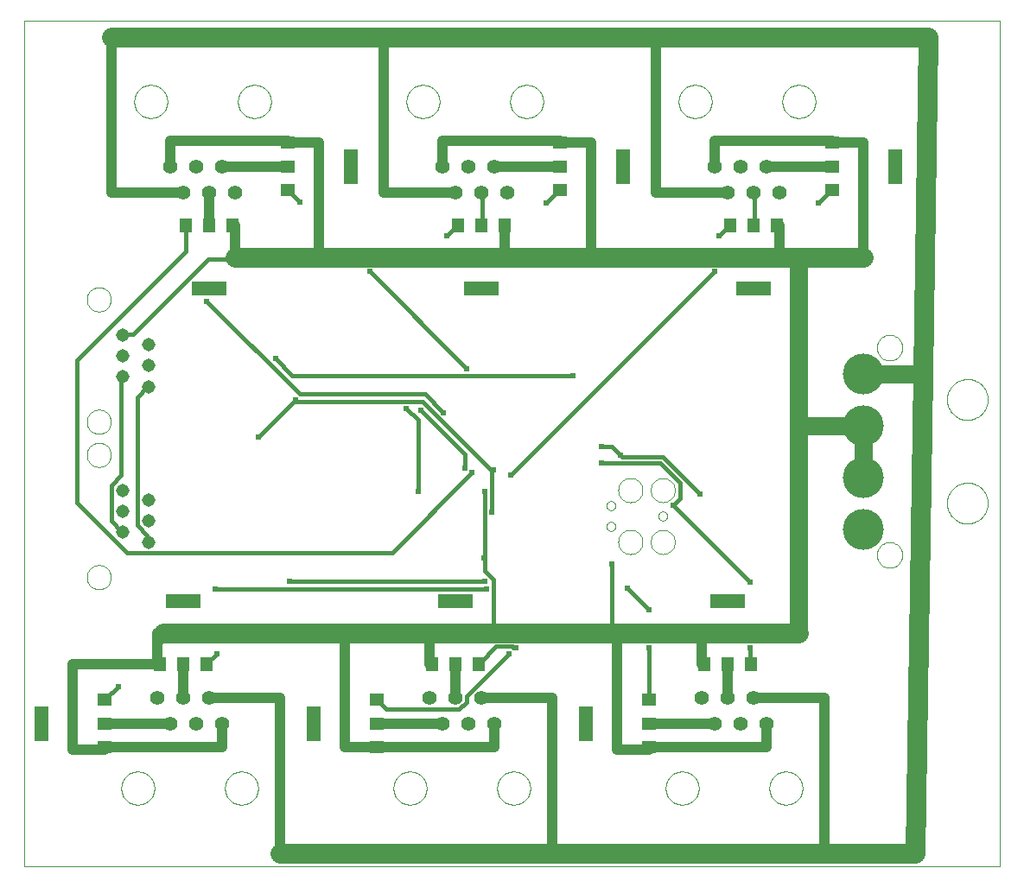
<source format=gbl>
G75*
%MOIN*%
%OFA0B0*%
%FSLAX24Y24*%
%IPPOS*%
%LPD*%
%AMOC8*
5,1,8,0,0,1.08239X$1,22.5*
%
%ADD10C,0.0000*%
%ADD11C,0.0515*%
%ADD12C,0.0554*%
%ADD13R,0.0551X0.0472*%
%ADD14R,0.0551X0.1378*%
%ADD15R,0.0472X0.0551*%
%ADD16R,0.1378X0.0551*%
%ADD17C,0.1575*%
%ADD18C,0.0160*%
%ADD19C,0.0240*%
%ADD20C,0.0180*%
%ADD21C,0.0400*%
%ADD22C,0.0760*%
%ADD23C,0.0700*%
D10*
X000100Y000204D02*
X000100Y032825D01*
X037720Y032825D01*
X037720Y000204D01*
X000100Y000204D01*
X003835Y003204D02*
X003837Y003254D01*
X003843Y003304D01*
X003853Y003353D01*
X003866Y003402D01*
X003884Y003449D01*
X003905Y003495D01*
X003929Y003538D01*
X003957Y003580D01*
X003988Y003620D01*
X004022Y003657D01*
X004059Y003691D01*
X004099Y003722D01*
X004141Y003750D01*
X004184Y003774D01*
X004230Y003795D01*
X004277Y003813D01*
X004326Y003826D01*
X004375Y003836D01*
X004425Y003842D01*
X004475Y003844D01*
X004525Y003842D01*
X004575Y003836D01*
X004624Y003826D01*
X004673Y003813D01*
X004720Y003795D01*
X004766Y003774D01*
X004809Y003750D01*
X004851Y003722D01*
X004891Y003691D01*
X004928Y003657D01*
X004962Y003620D01*
X004993Y003580D01*
X005021Y003538D01*
X005045Y003495D01*
X005066Y003449D01*
X005084Y003402D01*
X005097Y003353D01*
X005107Y003304D01*
X005113Y003254D01*
X005115Y003204D01*
X005113Y003154D01*
X005107Y003104D01*
X005097Y003055D01*
X005084Y003006D01*
X005066Y002959D01*
X005045Y002913D01*
X005021Y002870D01*
X004993Y002828D01*
X004962Y002788D01*
X004928Y002751D01*
X004891Y002717D01*
X004851Y002686D01*
X004809Y002658D01*
X004766Y002634D01*
X004720Y002613D01*
X004673Y002595D01*
X004624Y002582D01*
X004575Y002572D01*
X004525Y002566D01*
X004475Y002564D01*
X004425Y002566D01*
X004375Y002572D01*
X004326Y002582D01*
X004277Y002595D01*
X004230Y002613D01*
X004184Y002634D01*
X004141Y002658D01*
X004099Y002686D01*
X004059Y002717D01*
X004022Y002751D01*
X003988Y002788D01*
X003957Y002828D01*
X003929Y002870D01*
X003905Y002913D01*
X003884Y002959D01*
X003866Y003006D01*
X003853Y003055D01*
X003843Y003104D01*
X003837Y003154D01*
X003835Y003204D01*
X007835Y003204D02*
X007837Y003254D01*
X007843Y003304D01*
X007853Y003353D01*
X007866Y003402D01*
X007884Y003449D01*
X007905Y003495D01*
X007929Y003538D01*
X007957Y003580D01*
X007988Y003620D01*
X008022Y003657D01*
X008059Y003691D01*
X008099Y003722D01*
X008141Y003750D01*
X008184Y003774D01*
X008230Y003795D01*
X008277Y003813D01*
X008326Y003826D01*
X008375Y003836D01*
X008425Y003842D01*
X008475Y003844D01*
X008525Y003842D01*
X008575Y003836D01*
X008624Y003826D01*
X008673Y003813D01*
X008720Y003795D01*
X008766Y003774D01*
X008809Y003750D01*
X008851Y003722D01*
X008891Y003691D01*
X008928Y003657D01*
X008962Y003620D01*
X008993Y003580D01*
X009021Y003538D01*
X009045Y003495D01*
X009066Y003449D01*
X009084Y003402D01*
X009097Y003353D01*
X009107Y003304D01*
X009113Y003254D01*
X009115Y003204D01*
X009113Y003154D01*
X009107Y003104D01*
X009097Y003055D01*
X009084Y003006D01*
X009066Y002959D01*
X009045Y002913D01*
X009021Y002870D01*
X008993Y002828D01*
X008962Y002788D01*
X008928Y002751D01*
X008891Y002717D01*
X008851Y002686D01*
X008809Y002658D01*
X008766Y002634D01*
X008720Y002613D01*
X008673Y002595D01*
X008624Y002582D01*
X008575Y002572D01*
X008525Y002566D01*
X008475Y002564D01*
X008425Y002566D01*
X008375Y002572D01*
X008326Y002582D01*
X008277Y002595D01*
X008230Y002613D01*
X008184Y002634D01*
X008141Y002658D01*
X008099Y002686D01*
X008059Y002717D01*
X008022Y002751D01*
X007988Y002788D01*
X007957Y002828D01*
X007929Y002870D01*
X007905Y002913D01*
X007884Y002959D01*
X007866Y003006D01*
X007853Y003055D01*
X007843Y003104D01*
X007837Y003154D01*
X007835Y003204D01*
X014335Y003204D02*
X014337Y003254D01*
X014343Y003304D01*
X014353Y003353D01*
X014366Y003402D01*
X014384Y003449D01*
X014405Y003495D01*
X014429Y003538D01*
X014457Y003580D01*
X014488Y003620D01*
X014522Y003657D01*
X014559Y003691D01*
X014599Y003722D01*
X014641Y003750D01*
X014684Y003774D01*
X014730Y003795D01*
X014777Y003813D01*
X014826Y003826D01*
X014875Y003836D01*
X014925Y003842D01*
X014975Y003844D01*
X015025Y003842D01*
X015075Y003836D01*
X015124Y003826D01*
X015173Y003813D01*
X015220Y003795D01*
X015266Y003774D01*
X015309Y003750D01*
X015351Y003722D01*
X015391Y003691D01*
X015428Y003657D01*
X015462Y003620D01*
X015493Y003580D01*
X015521Y003538D01*
X015545Y003495D01*
X015566Y003449D01*
X015584Y003402D01*
X015597Y003353D01*
X015607Y003304D01*
X015613Y003254D01*
X015615Y003204D01*
X015613Y003154D01*
X015607Y003104D01*
X015597Y003055D01*
X015584Y003006D01*
X015566Y002959D01*
X015545Y002913D01*
X015521Y002870D01*
X015493Y002828D01*
X015462Y002788D01*
X015428Y002751D01*
X015391Y002717D01*
X015351Y002686D01*
X015309Y002658D01*
X015266Y002634D01*
X015220Y002613D01*
X015173Y002595D01*
X015124Y002582D01*
X015075Y002572D01*
X015025Y002566D01*
X014975Y002564D01*
X014925Y002566D01*
X014875Y002572D01*
X014826Y002582D01*
X014777Y002595D01*
X014730Y002613D01*
X014684Y002634D01*
X014641Y002658D01*
X014599Y002686D01*
X014559Y002717D01*
X014522Y002751D01*
X014488Y002788D01*
X014457Y002828D01*
X014429Y002870D01*
X014405Y002913D01*
X014384Y002959D01*
X014366Y003006D01*
X014353Y003055D01*
X014343Y003104D01*
X014337Y003154D01*
X014335Y003204D01*
X018335Y003204D02*
X018337Y003254D01*
X018343Y003304D01*
X018353Y003353D01*
X018366Y003402D01*
X018384Y003449D01*
X018405Y003495D01*
X018429Y003538D01*
X018457Y003580D01*
X018488Y003620D01*
X018522Y003657D01*
X018559Y003691D01*
X018599Y003722D01*
X018641Y003750D01*
X018684Y003774D01*
X018730Y003795D01*
X018777Y003813D01*
X018826Y003826D01*
X018875Y003836D01*
X018925Y003842D01*
X018975Y003844D01*
X019025Y003842D01*
X019075Y003836D01*
X019124Y003826D01*
X019173Y003813D01*
X019220Y003795D01*
X019266Y003774D01*
X019309Y003750D01*
X019351Y003722D01*
X019391Y003691D01*
X019428Y003657D01*
X019462Y003620D01*
X019493Y003580D01*
X019521Y003538D01*
X019545Y003495D01*
X019566Y003449D01*
X019584Y003402D01*
X019597Y003353D01*
X019607Y003304D01*
X019613Y003254D01*
X019615Y003204D01*
X019613Y003154D01*
X019607Y003104D01*
X019597Y003055D01*
X019584Y003006D01*
X019566Y002959D01*
X019545Y002913D01*
X019521Y002870D01*
X019493Y002828D01*
X019462Y002788D01*
X019428Y002751D01*
X019391Y002717D01*
X019351Y002686D01*
X019309Y002658D01*
X019266Y002634D01*
X019220Y002613D01*
X019173Y002595D01*
X019124Y002582D01*
X019075Y002572D01*
X019025Y002566D01*
X018975Y002564D01*
X018925Y002566D01*
X018875Y002572D01*
X018826Y002582D01*
X018777Y002595D01*
X018730Y002613D01*
X018684Y002634D01*
X018641Y002658D01*
X018599Y002686D01*
X018559Y002717D01*
X018522Y002751D01*
X018488Y002788D01*
X018457Y002828D01*
X018429Y002870D01*
X018405Y002913D01*
X018384Y002959D01*
X018366Y003006D01*
X018353Y003055D01*
X018343Y003104D01*
X018337Y003154D01*
X018335Y003204D01*
X024835Y003204D02*
X024837Y003254D01*
X024843Y003304D01*
X024853Y003353D01*
X024866Y003402D01*
X024884Y003449D01*
X024905Y003495D01*
X024929Y003538D01*
X024957Y003580D01*
X024988Y003620D01*
X025022Y003657D01*
X025059Y003691D01*
X025099Y003722D01*
X025141Y003750D01*
X025184Y003774D01*
X025230Y003795D01*
X025277Y003813D01*
X025326Y003826D01*
X025375Y003836D01*
X025425Y003842D01*
X025475Y003844D01*
X025525Y003842D01*
X025575Y003836D01*
X025624Y003826D01*
X025673Y003813D01*
X025720Y003795D01*
X025766Y003774D01*
X025809Y003750D01*
X025851Y003722D01*
X025891Y003691D01*
X025928Y003657D01*
X025962Y003620D01*
X025993Y003580D01*
X026021Y003538D01*
X026045Y003495D01*
X026066Y003449D01*
X026084Y003402D01*
X026097Y003353D01*
X026107Y003304D01*
X026113Y003254D01*
X026115Y003204D01*
X026113Y003154D01*
X026107Y003104D01*
X026097Y003055D01*
X026084Y003006D01*
X026066Y002959D01*
X026045Y002913D01*
X026021Y002870D01*
X025993Y002828D01*
X025962Y002788D01*
X025928Y002751D01*
X025891Y002717D01*
X025851Y002686D01*
X025809Y002658D01*
X025766Y002634D01*
X025720Y002613D01*
X025673Y002595D01*
X025624Y002582D01*
X025575Y002572D01*
X025525Y002566D01*
X025475Y002564D01*
X025425Y002566D01*
X025375Y002572D01*
X025326Y002582D01*
X025277Y002595D01*
X025230Y002613D01*
X025184Y002634D01*
X025141Y002658D01*
X025099Y002686D01*
X025059Y002717D01*
X025022Y002751D01*
X024988Y002788D01*
X024957Y002828D01*
X024929Y002870D01*
X024905Y002913D01*
X024884Y002959D01*
X024866Y003006D01*
X024853Y003055D01*
X024843Y003104D01*
X024837Y003154D01*
X024835Y003204D01*
X028835Y003204D02*
X028837Y003254D01*
X028843Y003304D01*
X028853Y003353D01*
X028866Y003402D01*
X028884Y003449D01*
X028905Y003495D01*
X028929Y003538D01*
X028957Y003580D01*
X028988Y003620D01*
X029022Y003657D01*
X029059Y003691D01*
X029099Y003722D01*
X029141Y003750D01*
X029184Y003774D01*
X029230Y003795D01*
X029277Y003813D01*
X029326Y003826D01*
X029375Y003836D01*
X029425Y003842D01*
X029475Y003844D01*
X029525Y003842D01*
X029575Y003836D01*
X029624Y003826D01*
X029673Y003813D01*
X029720Y003795D01*
X029766Y003774D01*
X029809Y003750D01*
X029851Y003722D01*
X029891Y003691D01*
X029928Y003657D01*
X029962Y003620D01*
X029993Y003580D01*
X030021Y003538D01*
X030045Y003495D01*
X030066Y003449D01*
X030084Y003402D01*
X030097Y003353D01*
X030107Y003304D01*
X030113Y003254D01*
X030115Y003204D01*
X030113Y003154D01*
X030107Y003104D01*
X030097Y003055D01*
X030084Y003006D01*
X030066Y002959D01*
X030045Y002913D01*
X030021Y002870D01*
X029993Y002828D01*
X029962Y002788D01*
X029928Y002751D01*
X029891Y002717D01*
X029851Y002686D01*
X029809Y002658D01*
X029766Y002634D01*
X029720Y002613D01*
X029673Y002595D01*
X029624Y002582D01*
X029575Y002572D01*
X029525Y002566D01*
X029475Y002564D01*
X029425Y002566D01*
X029375Y002572D01*
X029326Y002582D01*
X029277Y002595D01*
X029230Y002613D01*
X029184Y002634D01*
X029141Y002658D01*
X029099Y002686D01*
X029059Y002717D01*
X029022Y002751D01*
X028988Y002788D01*
X028957Y002828D01*
X028929Y002870D01*
X028905Y002913D01*
X028884Y002959D01*
X028866Y003006D01*
X028853Y003055D01*
X028843Y003104D01*
X028837Y003154D01*
X028835Y003204D01*
X032983Y012204D02*
X032985Y012248D01*
X032991Y012292D01*
X033001Y012335D01*
X033014Y012377D01*
X033032Y012417D01*
X033053Y012456D01*
X033077Y012493D01*
X033104Y012528D01*
X033135Y012560D01*
X033168Y012589D01*
X033204Y012615D01*
X033242Y012637D01*
X033282Y012656D01*
X033323Y012672D01*
X033366Y012684D01*
X033409Y012692D01*
X033453Y012696D01*
X033497Y012696D01*
X033541Y012692D01*
X033584Y012684D01*
X033627Y012672D01*
X033668Y012656D01*
X033708Y012637D01*
X033746Y012615D01*
X033782Y012589D01*
X033815Y012560D01*
X033846Y012528D01*
X033873Y012493D01*
X033897Y012456D01*
X033918Y012417D01*
X033936Y012377D01*
X033949Y012335D01*
X033959Y012292D01*
X033965Y012248D01*
X033967Y012204D01*
X033965Y012160D01*
X033959Y012116D01*
X033949Y012073D01*
X033936Y012031D01*
X033918Y011991D01*
X033897Y011952D01*
X033873Y011915D01*
X033846Y011880D01*
X033815Y011848D01*
X033782Y011819D01*
X033746Y011793D01*
X033708Y011771D01*
X033668Y011752D01*
X033627Y011736D01*
X033584Y011724D01*
X033541Y011716D01*
X033497Y011712D01*
X033453Y011712D01*
X033409Y011716D01*
X033366Y011724D01*
X033323Y011736D01*
X033282Y011752D01*
X033242Y011771D01*
X033204Y011793D01*
X033168Y011819D01*
X033135Y011848D01*
X033104Y011880D01*
X033077Y011915D01*
X033053Y011952D01*
X033032Y011991D01*
X033014Y012031D01*
X033001Y012073D01*
X032991Y012116D01*
X032985Y012160D01*
X032983Y012204D01*
X035688Y014204D02*
X035690Y014260D01*
X035696Y014315D01*
X035706Y014369D01*
X035719Y014423D01*
X035737Y014476D01*
X035758Y014527D01*
X035782Y014577D01*
X035810Y014625D01*
X035842Y014671D01*
X035876Y014715D01*
X035914Y014756D01*
X035954Y014794D01*
X035997Y014829D01*
X036042Y014861D01*
X036090Y014890D01*
X036139Y014916D01*
X036190Y014938D01*
X036242Y014956D01*
X036296Y014970D01*
X036351Y014981D01*
X036406Y014988D01*
X036461Y014991D01*
X036517Y014990D01*
X036572Y014985D01*
X036627Y014976D01*
X036681Y014964D01*
X036734Y014947D01*
X036786Y014927D01*
X036836Y014903D01*
X036884Y014876D01*
X036931Y014846D01*
X036975Y014812D01*
X037017Y014775D01*
X037055Y014735D01*
X037092Y014693D01*
X037125Y014648D01*
X037154Y014602D01*
X037181Y014553D01*
X037203Y014502D01*
X037223Y014450D01*
X037238Y014396D01*
X037250Y014342D01*
X037258Y014287D01*
X037262Y014232D01*
X037262Y014176D01*
X037258Y014121D01*
X037250Y014066D01*
X037238Y014012D01*
X037223Y013958D01*
X037203Y013906D01*
X037181Y013855D01*
X037154Y013806D01*
X037125Y013760D01*
X037092Y013715D01*
X037055Y013673D01*
X037017Y013633D01*
X036975Y013596D01*
X036931Y013562D01*
X036884Y013532D01*
X036836Y013505D01*
X036786Y013481D01*
X036734Y013461D01*
X036681Y013444D01*
X036627Y013432D01*
X036572Y013423D01*
X036517Y013418D01*
X036461Y013417D01*
X036406Y013420D01*
X036351Y013427D01*
X036296Y013438D01*
X036242Y013452D01*
X036190Y013470D01*
X036139Y013492D01*
X036090Y013518D01*
X036042Y013547D01*
X035997Y013579D01*
X035954Y013614D01*
X035914Y013652D01*
X035876Y013693D01*
X035842Y013737D01*
X035810Y013783D01*
X035782Y013831D01*
X035758Y013881D01*
X035737Y013932D01*
X035719Y013985D01*
X035706Y014039D01*
X035696Y014093D01*
X035690Y014148D01*
X035688Y014204D01*
X035688Y018204D02*
X035690Y018260D01*
X035696Y018315D01*
X035706Y018369D01*
X035719Y018423D01*
X035737Y018476D01*
X035758Y018527D01*
X035782Y018577D01*
X035810Y018625D01*
X035842Y018671D01*
X035876Y018715D01*
X035914Y018756D01*
X035954Y018794D01*
X035997Y018829D01*
X036042Y018861D01*
X036090Y018890D01*
X036139Y018916D01*
X036190Y018938D01*
X036242Y018956D01*
X036296Y018970D01*
X036351Y018981D01*
X036406Y018988D01*
X036461Y018991D01*
X036517Y018990D01*
X036572Y018985D01*
X036627Y018976D01*
X036681Y018964D01*
X036734Y018947D01*
X036786Y018927D01*
X036836Y018903D01*
X036884Y018876D01*
X036931Y018846D01*
X036975Y018812D01*
X037017Y018775D01*
X037055Y018735D01*
X037092Y018693D01*
X037125Y018648D01*
X037154Y018602D01*
X037181Y018553D01*
X037203Y018502D01*
X037223Y018450D01*
X037238Y018396D01*
X037250Y018342D01*
X037258Y018287D01*
X037262Y018232D01*
X037262Y018176D01*
X037258Y018121D01*
X037250Y018066D01*
X037238Y018012D01*
X037223Y017958D01*
X037203Y017906D01*
X037181Y017855D01*
X037154Y017806D01*
X037125Y017760D01*
X037092Y017715D01*
X037055Y017673D01*
X037017Y017633D01*
X036975Y017596D01*
X036931Y017562D01*
X036884Y017532D01*
X036836Y017505D01*
X036786Y017481D01*
X036734Y017461D01*
X036681Y017444D01*
X036627Y017432D01*
X036572Y017423D01*
X036517Y017418D01*
X036461Y017417D01*
X036406Y017420D01*
X036351Y017427D01*
X036296Y017438D01*
X036242Y017452D01*
X036190Y017470D01*
X036139Y017492D01*
X036090Y017518D01*
X036042Y017547D01*
X035997Y017579D01*
X035954Y017614D01*
X035914Y017652D01*
X035876Y017693D01*
X035842Y017737D01*
X035810Y017783D01*
X035782Y017831D01*
X035758Y017881D01*
X035737Y017932D01*
X035719Y017985D01*
X035706Y018039D01*
X035696Y018093D01*
X035690Y018148D01*
X035688Y018204D01*
X032983Y020204D02*
X032985Y020248D01*
X032991Y020292D01*
X033001Y020335D01*
X033014Y020377D01*
X033032Y020417D01*
X033053Y020456D01*
X033077Y020493D01*
X033104Y020528D01*
X033135Y020560D01*
X033168Y020589D01*
X033204Y020615D01*
X033242Y020637D01*
X033282Y020656D01*
X033323Y020672D01*
X033366Y020684D01*
X033409Y020692D01*
X033453Y020696D01*
X033497Y020696D01*
X033541Y020692D01*
X033584Y020684D01*
X033627Y020672D01*
X033668Y020656D01*
X033708Y020637D01*
X033746Y020615D01*
X033782Y020589D01*
X033815Y020560D01*
X033846Y020528D01*
X033873Y020493D01*
X033897Y020456D01*
X033918Y020417D01*
X033936Y020377D01*
X033949Y020335D01*
X033959Y020292D01*
X033965Y020248D01*
X033967Y020204D01*
X033965Y020160D01*
X033959Y020116D01*
X033949Y020073D01*
X033936Y020031D01*
X033918Y019991D01*
X033897Y019952D01*
X033873Y019915D01*
X033846Y019880D01*
X033815Y019848D01*
X033782Y019819D01*
X033746Y019793D01*
X033708Y019771D01*
X033668Y019752D01*
X033627Y019736D01*
X033584Y019724D01*
X033541Y019716D01*
X033497Y019712D01*
X033453Y019712D01*
X033409Y019716D01*
X033366Y019724D01*
X033323Y019736D01*
X033282Y019752D01*
X033242Y019771D01*
X033204Y019793D01*
X033168Y019819D01*
X033135Y019848D01*
X033104Y019880D01*
X033077Y019915D01*
X033053Y019952D01*
X033032Y019991D01*
X033014Y020031D01*
X033001Y020073D01*
X032991Y020116D01*
X032985Y020160D01*
X032983Y020204D01*
X024258Y014704D02*
X024260Y014747D01*
X024266Y014790D01*
X024276Y014832D01*
X024290Y014873D01*
X024307Y014912D01*
X024328Y014950D01*
X024352Y014985D01*
X024380Y015019D01*
X024410Y015049D01*
X024444Y015077D01*
X024479Y015101D01*
X024517Y015122D01*
X024556Y015139D01*
X024597Y015153D01*
X024639Y015163D01*
X024682Y015169D01*
X024725Y015171D01*
X024768Y015169D01*
X024811Y015163D01*
X024853Y015153D01*
X024894Y015139D01*
X024933Y015122D01*
X024971Y015101D01*
X025006Y015077D01*
X025040Y015049D01*
X025070Y015019D01*
X025098Y014985D01*
X025122Y014950D01*
X025143Y014912D01*
X025160Y014873D01*
X025174Y014832D01*
X025184Y014790D01*
X025190Y014747D01*
X025192Y014704D01*
X025190Y014661D01*
X025184Y014618D01*
X025174Y014576D01*
X025160Y014535D01*
X025143Y014496D01*
X025122Y014458D01*
X025098Y014423D01*
X025070Y014389D01*
X025040Y014359D01*
X025006Y014331D01*
X024971Y014307D01*
X024933Y014286D01*
X024894Y014269D01*
X024853Y014255D01*
X024811Y014245D01*
X024768Y014239D01*
X024725Y014237D01*
X024682Y014239D01*
X024639Y014245D01*
X024597Y014255D01*
X024556Y014269D01*
X024517Y014286D01*
X024479Y014307D01*
X024444Y014331D01*
X024410Y014359D01*
X024380Y014389D01*
X024352Y014423D01*
X024328Y014458D01*
X024307Y014496D01*
X024290Y014535D01*
X024276Y014576D01*
X024266Y014618D01*
X024260Y014661D01*
X024258Y014704D01*
X023008Y014704D02*
X023010Y014747D01*
X023016Y014790D01*
X023026Y014832D01*
X023040Y014873D01*
X023057Y014912D01*
X023078Y014950D01*
X023102Y014985D01*
X023130Y015019D01*
X023160Y015049D01*
X023194Y015077D01*
X023229Y015101D01*
X023267Y015122D01*
X023306Y015139D01*
X023347Y015153D01*
X023389Y015163D01*
X023432Y015169D01*
X023475Y015171D01*
X023518Y015169D01*
X023561Y015163D01*
X023603Y015153D01*
X023644Y015139D01*
X023683Y015122D01*
X023721Y015101D01*
X023756Y015077D01*
X023790Y015049D01*
X023820Y015019D01*
X023848Y014985D01*
X023872Y014950D01*
X023893Y014912D01*
X023910Y014873D01*
X023924Y014832D01*
X023934Y014790D01*
X023940Y014747D01*
X023942Y014704D01*
X023940Y014661D01*
X023934Y014618D01*
X023924Y014576D01*
X023910Y014535D01*
X023893Y014496D01*
X023872Y014458D01*
X023848Y014423D01*
X023820Y014389D01*
X023790Y014359D01*
X023756Y014331D01*
X023721Y014307D01*
X023683Y014286D01*
X023644Y014269D01*
X023603Y014255D01*
X023561Y014245D01*
X023518Y014239D01*
X023475Y014237D01*
X023432Y014239D01*
X023389Y014245D01*
X023347Y014255D01*
X023306Y014269D01*
X023267Y014286D01*
X023229Y014307D01*
X023194Y014331D01*
X023160Y014359D01*
X023130Y014389D01*
X023102Y014423D01*
X023078Y014458D01*
X023057Y014496D01*
X023040Y014535D01*
X023026Y014576D01*
X023016Y014618D01*
X023010Y014661D01*
X023008Y014704D01*
X022550Y014104D02*
X022552Y014130D01*
X022558Y014156D01*
X022567Y014180D01*
X022580Y014203D01*
X022597Y014223D01*
X022616Y014241D01*
X022638Y014256D01*
X022661Y014267D01*
X022686Y014275D01*
X022712Y014279D01*
X022738Y014279D01*
X022764Y014275D01*
X022789Y014267D01*
X022813Y014256D01*
X022834Y014241D01*
X022853Y014223D01*
X022870Y014203D01*
X022883Y014180D01*
X022892Y014156D01*
X022898Y014130D01*
X022900Y014104D01*
X022898Y014078D01*
X022892Y014052D01*
X022883Y014028D01*
X022870Y014005D01*
X022853Y013985D01*
X022834Y013967D01*
X022812Y013952D01*
X022789Y013941D01*
X022764Y013933D01*
X022738Y013929D01*
X022712Y013929D01*
X022686Y013933D01*
X022661Y013941D01*
X022637Y013952D01*
X022616Y013967D01*
X022597Y013985D01*
X022580Y014005D01*
X022567Y014028D01*
X022558Y014052D01*
X022552Y014078D01*
X022550Y014104D01*
X022550Y013304D02*
X022552Y013330D01*
X022558Y013356D01*
X022567Y013380D01*
X022580Y013403D01*
X022597Y013423D01*
X022616Y013441D01*
X022638Y013456D01*
X022661Y013467D01*
X022686Y013475D01*
X022712Y013479D01*
X022738Y013479D01*
X022764Y013475D01*
X022789Y013467D01*
X022813Y013456D01*
X022834Y013441D01*
X022853Y013423D01*
X022870Y013403D01*
X022883Y013380D01*
X022892Y013356D01*
X022898Y013330D01*
X022900Y013304D01*
X022898Y013278D01*
X022892Y013252D01*
X022883Y013228D01*
X022870Y013205D01*
X022853Y013185D01*
X022834Y013167D01*
X022812Y013152D01*
X022789Y013141D01*
X022764Y013133D01*
X022738Y013129D01*
X022712Y013129D01*
X022686Y013133D01*
X022661Y013141D01*
X022637Y013152D01*
X022616Y013167D01*
X022597Y013185D01*
X022580Y013205D01*
X022567Y013228D01*
X022558Y013252D01*
X022552Y013278D01*
X022550Y013304D01*
X023008Y012704D02*
X023010Y012747D01*
X023016Y012790D01*
X023026Y012832D01*
X023040Y012873D01*
X023057Y012912D01*
X023078Y012950D01*
X023102Y012985D01*
X023130Y013019D01*
X023160Y013049D01*
X023194Y013077D01*
X023229Y013101D01*
X023267Y013122D01*
X023306Y013139D01*
X023347Y013153D01*
X023389Y013163D01*
X023432Y013169D01*
X023475Y013171D01*
X023518Y013169D01*
X023561Y013163D01*
X023603Y013153D01*
X023644Y013139D01*
X023683Y013122D01*
X023721Y013101D01*
X023756Y013077D01*
X023790Y013049D01*
X023820Y013019D01*
X023848Y012985D01*
X023872Y012950D01*
X023893Y012912D01*
X023910Y012873D01*
X023924Y012832D01*
X023934Y012790D01*
X023940Y012747D01*
X023942Y012704D01*
X023940Y012661D01*
X023934Y012618D01*
X023924Y012576D01*
X023910Y012535D01*
X023893Y012496D01*
X023872Y012458D01*
X023848Y012423D01*
X023820Y012389D01*
X023790Y012359D01*
X023756Y012331D01*
X023721Y012307D01*
X023683Y012286D01*
X023644Y012269D01*
X023603Y012255D01*
X023561Y012245D01*
X023518Y012239D01*
X023475Y012237D01*
X023432Y012239D01*
X023389Y012245D01*
X023347Y012255D01*
X023306Y012269D01*
X023267Y012286D01*
X023229Y012307D01*
X023194Y012331D01*
X023160Y012359D01*
X023130Y012389D01*
X023102Y012423D01*
X023078Y012458D01*
X023057Y012496D01*
X023040Y012535D01*
X023026Y012576D01*
X023016Y012618D01*
X023010Y012661D01*
X023008Y012704D01*
X024258Y012704D02*
X024260Y012747D01*
X024266Y012790D01*
X024276Y012832D01*
X024290Y012873D01*
X024307Y012912D01*
X024328Y012950D01*
X024352Y012985D01*
X024380Y013019D01*
X024410Y013049D01*
X024444Y013077D01*
X024479Y013101D01*
X024517Y013122D01*
X024556Y013139D01*
X024597Y013153D01*
X024639Y013163D01*
X024682Y013169D01*
X024725Y013171D01*
X024768Y013169D01*
X024811Y013163D01*
X024853Y013153D01*
X024894Y013139D01*
X024933Y013122D01*
X024971Y013101D01*
X025006Y013077D01*
X025040Y013049D01*
X025070Y013019D01*
X025098Y012985D01*
X025122Y012950D01*
X025143Y012912D01*
X025160Y012873D01*
X025174Y012832D01*
X025184Y012790D01*
X025190Y012747D01*
X025192Y012704D01*
X025190Y012661D01*
X025184Y012618D01*
X025174Y012576D01*
X025160Y012535D01*
X025143Y012496D01*
X025122Y012458D01*
X025098Y012423D01*
X025070Y012389D01*
X025040Y012359D01*
X025006Y012331D01*
X024971Y012307D01*
X024933Y012286D01*
X024894Y012269D01*
X024853Y012255D01*
X024811Y012245D01*
X024768Y012239D01*
X024725Y012237D01*
X024682Y012239D01*
X024639Y012245D01*
X024597Y012255D01*
X024556Y012269D01*
X024517Y012286D01*
X024479Y012307D01*
X024444Y012331D01*
X024410Y012359D01*
X024380Y012389D01*
X024352Y012423D01*
X024328Y012458D01*
X024307Y012496D01*
X024290Y012535D01*
X024276Y012576D01*
X024266Y012618D01*
X024260Y012661D01*
X024258Y012704D01*
X024550Y013704D02*
X024552Y013730D01*
X024558Y013756D01*
X024567Y013780D01*
X024580Y013803D01*
X024597Y013823D01*
X024616Y013841D01*
X024638Y013856D01*
X024661Y013867D01*
X024686Y013875D01*
X024712Y013879D01*
X024738Y013879D01*
X024764Y013875D01*
X024789Y013867D01*
X024813Y013856D01*
X024834Y013841D01*
X024853Y013823D01*
X024870Y013803D01*
X024883Y013780D01*
X024892Y013756D01*
X024898Y013730D01*
X024900Y013704D01*
X024898Y013678D01*
X024892Y013652D01*
X024883Y013628D01*
X024870Y013605D01*
X024853Y013585D01*
X024834Y013567D01*
X024812Y013552D01*
X024789Y013541D01*
X024764Y013533D01*
X024738Y013529D01*
X024712Y013529D01*
X024686Y013533D01*
X024661Y013541D01*
X024637Y013552D01*
X024616Y013567D01*
X024597Y013585D01*
X024580Y013605D01*
X024567Y013628D01*
X024558Y013652D01*
X024552Y013678D01*
X024550Y013704D01*
X025335Y029704D02*
X025337Y029754D01*
X025343Y029804D01*
X025353Y029853D01*
X025366Y029902D01*
X025384Y029949D01*
X025405Y029995D01*
X025429Y030038D01*
X025457Y030080D01*
X025488Y030120D01*
X025522Y030157D01*
X025559Y030191D01*
X025599Y030222D01*
X025641Y030250D01*
X025684Y030274D01*
X025730Y030295D01*
X025777Y030313D01*
X025826Y030326D01*
X025875Y030336D01*
X025925Y030342D01*
X025975Y030344D01*
X026025Y030342D01*
X026075Y030336D01*
X026124Y030326D01*
X026173Y030313D01*
X026220Y030295D01*
X026266Y030274D01*
X026309Y030250D01*
X026351Y030222D01*
X026391Y030191D01*
X026428Y030157D01*
X026462Y030120D01*
X026493Y030080D01*
X026521Y030038D01*
X026545Y029995D01*
X026566Y029949D01*
X026584Y029902D01*
X026597Y029853D01*
X026607Y029804D01*
X026613Y029754D01*
X026615Y029704D01*
X026613Y029654D01*
X026607Y029604D01*
X026597Y029555D01*
X026584Y029506D01*
X026566Y029459D01*
X026545Y029413D01*
X026521Y029370D01*
X026493Y029328D01*
X026462Y029288D01*
X026428Y029251D01*
X026391Y029217D01*
X026351Y029186D01*
X026309Y029158D01*
X026266Y029134D01*
X026220Y029113D01*
X026173Y029095D01*
X026124Y029082D01*
X026075Y029072D01*
X026025Y029066D01*
X025975Y029064D01*
X025925Y029066D01*
X025875Y029072D01*
X025826Y029082D01*
X025777Y029095D01*
X025730Y029113D01*
X025684Y029134D01*
X025641Y029158D01*
X025599Y029186D01*
X025559Y029217D01*
X025522Y029251D01*
X025488Y029288D01*
X025457Y029328D01*
X025429Y029370D01*
X025405Y029413D01*
X025384Y029459D01*
X025366Y029506D01*
X025353Y029555D01*
X025343Y029604D01*
X025337Y029654D01*
X025335Y029704D01*
X029335Y029704D02*
X029337Y029754D01*
X029343Y029804D01*
X029353Y029853D01*
X029366Y029902D01*
X029384Y029949D01*
X029405Y029995D01*
X029429Y030038D01*
X029457Y030080D01*
X029488Y030120D01*
X029522Y030157D01*
X029559Y030191D01*
X029599Y030222D01*
X029641Y030250D01*
X029684Y030274D01*
X029730Y030295D01*
X029777Y030313D01*
X029826Y030326D01*
X029875Y030336D01*
X029925Y030342D01*
X029975Y030344D01*
X030025Y030342D01*
X030075Y030336D01*
X030124Y030326D01*
X030173Y030313D01*
X030220Y030295D01*
X030266Y030274D01*
X030309Y030250D01*
X030351Y030222D01*
X030391Y030191D01*
X030428Y030157D01*
X030462Y030120D01*
X030493Y030080D01*
X030521Y030038D01*
X030545Y029995D01*
X030566Y029949D01*
X030584Y029902D01*
X030597Y029853D01*
X030607Y029804D01*
X030613Y029754D01*
X030615Y029704D01*
X030613Y029654D01*
X030607Y029604D01*
X030597Y029555D01*
X030584Y029506D01*
X030566Y029459D01*
X030545Y029413D01*
X030521Y029370D01*
X030493Y029328D01*
X030462Y029288D01*
X030428Y029251D01*
X030391Y029217D01*
X030351Y029186D01*
X030309Y029158D01*
X030266Y029134D01*
X030220Y029113D01*
X030173Y029095D01*
X030124Y029082D01*
X030075Y029072D01*
X030025Y029066D01*
X029975Y029064D01*
X029925Y029066D01*
X029875Y029072D01*
X029826Y029082D01*
X029777Y029095D01*
X029730Y029113D01*
X029684Y029134D01*
X029641Y029158D01*
X029599Y029186D01*
X029559Y029217D01*
X029522Y029251D01*
X029488Y029288D01*
X029457Y029328D01*
X029429Y029370D01*
X029405Y029413D01*
X029384Y029459D01*
X029366Y029506D01*
X029353Y029555D01*
X029343Y029604D01*
X029337Y029654D01*
X029335Y029704D01*
X018835Y029704D02*
X018837Y029754D01*
X018843Y029804D01*
X018853Y029853D01*
X018866Y029902D01*
X018884Y029949D01*
X018905Y029995D01*
X018929Y030038D01*
X018957Y030080D01*
X018988Y030120D01*
X019022Y030157D01*
X019059Y030191D01*
X019099Y030222D01*
X019141Y030250D01*
X019184Y030274D01*
X019230Y030295D01*
X019277Y030313D01*
X019326Y030326D01*
X019375Y030336D01*
X019425Y030342D01*
X019475Y030344D01*
X019525Y030342D01*
X019575Y030336D01*
X019624Y030326D01*
X019673Y030313D01*
X019720Y030295D01*
X019766Y030274D01*
X019809Y030250D01*
X019851Y030222D01*
X019891Y030191D01*
X019928Y030157D01*
X019962Y030120D01*
X019993Y030080D01*
X020021Y030038D01*
X020045Y029995D01*
X020066Y029949D01*
X020084Y029902D01*
X020097Y029853D01*
X020107Y029804D01*
X020113Y029754D01*
X020115Y029704D01*
X020113Y029654D01*
X020107Y029604D01*
X020097Y029555D01*
X020084Y029506D01*
X020066Y029459D01*
X020045Y029413D01*
X020021Y029370D01*
X019993Y029328D01*
X019962Y029288D01*
X019928Y029251D01*
X019891Y029217D01*
X019851Y029186D01*
X019809Y029158D01*
X019766Y029134D01*
X019720Y029113D01*
X019673Y029095D01*
X019624Y029082D01*
X019575Y029072D01*
X019525Y029066D01*
X019475Y029064D01*
X019425Y029066D01*
X019375Y029072D01*
X019326Y029082D01*
X019277Y029095D01*
X019230Y029113D01*
X019184Y029134D01*
X019141Y029158D01*
X019099Y029186D01*
X019059Y029217D01*
X019022Y029251D01*
X018988Y029288D01*
X018957Y029328D01*
X018929Y029370D01*
X018905Y029413D01*
X018884Y029459D01*
X018866Y029506D01*
X018853Y029555D01*
X018843Y029604D01*
X018837Y029654D01*
X018835Y029704D01*
X014835Y029704D02*
X014837Y029754D01*
X014843Y029804D01*
X014853Y029853D01*
X014866Y029902D01*
X014884Y029949D01*
X014905Y029995D01*
X014929Y030038D01*
X014957Y030080D01*
X014988Y030120D01*
X015022Y030157D01*
X015059Y030191D01*
X015099Y030222D01*
X015141Y030250D01*
X015184Y030274D01*
X015230Y030295D01*
X015277Y030313D01*
X015326Y030326D01*
X015375Y030336D01*
X015425Y030342D01*
X015475Y030344D01*
X015525Y030342D01*
X015575Y030336D01*
X015624Y030326D01*
X015673Y030313D01*
X015720Y030295D01*
X015766Y030274D01*
X015809Y030250D01*
X015851Y030222D01*
X015891Y030191D01*
X015928Y030157D01*
X015962Y030120D01*
X015993Y030080D01*
X016021Y030038D01*
X016045Y029995D01*
X016066Y029949D01*
X016084Y029902D01*
X016097Y029853D01*
X016107Y029804D01*
X016113Y029754D01*
X016115Y029704D01*
X016113Y029654D01*
X016107Y029604D01*
X016097Y029555D01*
X016084Y029506D01*
X016066Y029459D01*
X016045Y029413D01*
X016021Y029370D01*
X015993Y029328D01*
X015962Y029288D01*
X015928Y029251D01*
X015891Y029217D01*
X015851Y029186D01*
X015809Y029158D01*
X015766Y029134D01*
X015720Y029113D01*
X015673Y029095D01*
X015624Y029082D01*
X015575Y029072D01*
X015525Y029066D01*
X015475Y029064D01*
X015425Y029066D01*
X015375Y029072D01*
X015326Y029082D01*
X015277Y029095D01*
X015230Y029113D01*
X015184Y029134D01*
X015141Y029158D01*
X015099Y029186D01*
X015059Y029217D01*
X015022Y029251D01*
X014988Y029288D01*
X014957Y029328D01*
X014929Y029370D01*
X014905Y029413D01*
X014884Y029459D01*
X014866Y029506D01*
X014853Y029555D01*
X014843Y029604D01*
X014837Y029654D01*
X014835Y029704D01*
X008335Y029704D02*
X008337Y029754D01*
X008343Y029804D01*
X008353Y029853D01*
X008366Y029902D01*
X008384Y029949D01*
X008405Y029995D01*
X008429Y030038D01*
X008457Y030080D01*
X008488Y030120D01*
X008522Y030157D01*
X008559Y030191D01*
X008599Y030222D01*
X008641Y030250D01*
X008684Y030274D01*
X008730Y030295D01*
X008777Y030313D01*
X008826Y030326D01*
X008875Y030336D01*
X008925Y030342D01*
X008975Y030344D01*
X009025Y030342D01*
X009075Y030336D01*
X009124Y030326D01*
X009173Y030313D01*
X009220Y030295D01*
X009266Y030274D01*
X009309Y030250D01*
X009351Y030222D01*
X009391Y030191D01*
X009428Y030157D01*
X009462Y030120D01*
X009493Y030080D01*
X009521Y030038D01*
X009545Y029995D01*
X009566Y029949D01*
X009584Y029902D01*
X009597Y029853D01*
X009607Y029804D01*
X009613Y029754D01*
X009615Y029704D01*
X009613Y029654D01*
X009607Y029604D01*
X009597Y029555D01*
X009584Y029506D01*
X009566Y029459D01*
X009545Y029413D01*
X009521Y029370D01*
X009493Y029328D01*
X009462Y029288D01*
X009428Y029251D01*
X009391Y029217D01*
X009351Y029186D01*
X009309Y029158D01*
X009266Y029134D01*
X009220Y029113D01*
X009173Y029095D01*
X009124Y029082D01*
X009075Y029072D01*
X009025Y029066D01*
X008975Y029064D01*
X008925Y029066D01*
X008875Y029072D01*
X008826Y029082D01*
X008777Y029095D01*
X008730Y029113D01*
X008684Y029134D01*
X008641Y029158D01*
X008599Y029186D01*
X008559Y029217D01*
X008522Y029251D01*
X008488Y029288D01*
X008457Y029328D01*
X008429Y029370D01*
X008405Y029413D01*
X008384Y029459D01*
X008366Y029506D01*
X008353Y029555D01*
X008343Y029604D01*
X008337Y029654D01*
X008335Y029704D01*
X004335Y029704D02*
X004337Y029754D01*
X004343Y029804D01*
X004353Y029853D01*
X004366Y029902D01*
X004384Y029949D01*
X004405Y029995D01*
X004429Y030038D01*
X004457Y030080D01*
X004488Y030120D01*
X004522Y030157D01*
X004559Y030191D01*
X004599Y030222D01*
X004641Y030250D01*
X004684Y030274D01*
X004730Y030295D01*
X004777Y030313D01*
X004826Y030326D01*
X004875Y030336D01*
X004925Y030342D01*
X004975Y030344D01*
X005025Y030342D01*
X005075Y030336D01*
X005124Y030326D01*
X005173Y030313D01*
X005220Y030295D01*
X005266Y030274D01*
X005309Y030250D01*
X005351Y030222D01*
X005391Y030191D01*
X005428Y030157D01*
X005462Y030120D01*
X005493Y030080D01*
X005521Y030038D01*
X005545Y029995D01*
X005566Y029949D01*
X005584Y029902D01*
X005597Y029853D01*
X005607Y029804D01*
X005613Y029754D01*
X005615Y029704D01*
X005613Y029654D01*
X005607Y029604D01*
X005597Y029555D01*
X005584Y029506D01*
X005566Y029459D01*
X005545Y029413D01*
X005521Y029370D01*
X005493Y029328D01*
X005462Y029288D01*
X005428Y029251D01*
X005391Y029217D01*
X005351Y029186D01*
X005309Y029158D01*
X005266Y029134D01*
X005220Y029113D01*
X005173Y029095D01*
X005124Y029082D01*
X005075Y029072D01*
X005025Y029066D01*
X004975Y029064D01*
X004925Y029066D01*
X004875Y029072D01*
X004826Y029082D01*
X004777Y029095D01*
X004730Y029113D01*
X004684Y029134D01*
X004641Y029158D01*
X004599Y029186D01*
X004559Y029217D01*
X004522Y029251D01*
X004488Y029288D01*
X004457Y029328D01*
X004429Y029370D01*
X004405Y029413D01*
X004384Y029459D01*
X004366Y029506D01*
X004353Y029555D01*
X004343Y029604D01*
X004337Y029654D01*
X004335Y029704D01*
X002510Y022066D02*
X002512Y022109D01*
X002518Y022151D01*
X002528Y022193D01*
X002541Y022234D01*
X002559Y022273D01*
X002580Y022311D01*
X002604Y022346D01*
X002631Y022379D01*
X002662Y022410D01*
X002695Y022437D01*
X002730Y022461D01*
X002768Y022482D01*
X002807Y022500D01*
X002848Y022513D01*
X002890Y022523D01*
X002932Y022529D01*
X002975Y022531D01*
X003018Y022529D01*
X003060Y022523D01*
X003102Y022513D01*
X003143Y022500D01*
X003182Y022482D01*
X003220Y022461D01*
X003255Y022437D01*
X003288Y022410D01*
X003319Y022379D01*
X003346Y022346D01*
X003370Y022311D01*
X003391Y022273D01*
X003409Y022234D01*
X003422Y022193D01*
X003432Y022151D01*
X003438Y022109D01*
X003440Y022066D01*
X003438Y022023D01*
X003432Y021981D01*
X003422Y021939D01*
X003409Y021898D01*
X003391Y021859D01*
X003370Y021821D01*
X003346Y021786D01*
X003319Y021753D01*
X003288Y021722D01*
X003255Y021695D01*
X003220Y021671D01*
X003182Y021650D01*
X003143Y021632D01*
X003102Y021619D01*
X003060Y021609D01*
X003018Y021603D01*
X002975Y021601D01*
X002932Y021603D01*
X002890Y021609D01*
X002848Y021619D01*
X002807Y021632D01*
X002768Y021650D01*
X002730Y021671D01*
X002695Y021695D01*
X002662Y021722D01*
X002631Y021753D01*
X002604Y021786D01*
X002580Y021821D01*
X002559Y021859D01*
X002541Y021898D01*
X002528Y021939D01*
X002518Y021981D01*
X002512Y022023D01*
X002510Y022066D01*
X002510Y017342D02*
X002512Y017385D01*
X002518Y017427D01*
X002528Y017469D01*
X002541Y017510D01*
X002559Y017549D01*
X002580Y017587D01*
X002604Y017622D01*
X002631Y017655D01*
X002662Y017686D01*
X002695Y017713D01*
X002730Y017737D01*
X002768Y017758D01*
X002807Y017776D01*
X002848Y017789D01*
X002890Y017799D01*
X002932Y017805D01*
X002975Y017807D01*
X003018Y017805D01*
X003060Y017799D01*
X003102Y017789D01*
X003143Y017776D01*
X003182Y017758D01*
X003220Y017737D01*
X003255Y017713D01*
X003288Y017686D01*
X003319Y017655D01*
X003346Y017622D01*
X003370Y017587D01*
X003391Y017549D01*
X003409Y017510D01*
X003422Y017469D01*
X003432Y017427D01*
X003438Y017385D01*
X003440Y017342D01*
X003438Y017299D01*
X003432Y017257D01*
X003422Y017215D01*
X003409Y017174D01*
X003391Y017135D01*
X003370Y017097D01*
X003346Y017062D01*
X003319Y017029D01*
X003288Y016998D01*
X003255Y016971D01*
X003220Y016947D01*
X003182Y016926D01*
X003143Y016908D01*
X003102Y016895D01*
X003060Y016885D01*
X003018Y016879D01*
X002975Y016877D01*
X002932Y016879D01*
X002890Y016885D01*
X002848Y016895D01*
X002807Y016908D01*
X002768Y016926D01*
X002730Y016947D01*
X002695Y016971D01*
X002662Y016998D01*
X002631Y017029D01*
X002604Y017062D01*
X002580Y017097D01*
X002559Y017135D01*
X002541Y017174D01*
X002528Y017215D01*
X002518Y017257D01*
X002512Y017299D01*
X002510Y017342D01*
X002510Y016066D02*
X002512Y016109D01*
X002518Y016151D01*
X002528Y016193D01*
X002541Y016234D01*
X002559Y016273D01*
X002580Y016311D01*
X002604Y016346D01*
X002631Y016379D01*
X002662Y016410D01*
X002695Y016437D01*
X002730Y016461D01*
X002768Y016482D01*
X002807Y016500D01*
X002848Y016513D01*
X002890Y016523D01*
X002932Y016529D01*
X002975Y016531D01*
X003018Y016529D01*
X003060Y016523D01*
X003102Y016513D01*
X003143Y016500D01*
X003182Y016482D01*
X003220Y016461D01*
X003255Y016437D01*
X003288Y016410D01*
X003319Y016379D01*
X003346Y016346D01*
X003370Y016311D01*
X003391Y016273D01*
X003409Y016234D01*
X003422Y016193D01*
X003432Y016151D01*
X003438Y016109D01*
X003440Y016066D01*
X003438Y016023D01*
X003432Y015981D01*
X003422Y015939D01*
X003409Y015898D01*
X003391Y015859D01*
X003370Y015821D01*
X003346Y015786D01*
X003319Y015753D01*
X003288Y015722D01*
X003255Y015695D01*
X003220Y015671D01*
X003182Y015650D01*
X003143Y015632D01*
X003102Y015619D01*
X003060Y015609D01*
X003018Y015603D01*
X002975Y015601D01*
X002932Y015603D01*
X002890Y015609D01*
X002848Y015619D01*
X002807Y015632D01*
X002768Y015650D01*
X002730Y015671D01*
X002695Y015695D01*
X002662Y015722D01*
X002631Y015753D01*
X002604Y015786D01*
X002580Y015821D01*
X002559Y015859D01*
X002541Y015898D01*
X002528Y015939D01*
X002518Y015981D01*
X002512Y016023D01*
X002510Y016066D01*
X002510Y011342D02*
X002512Y011385D01*
X002518Y011427D01*
X002528Y011469D01*
X002541Y011510D01*
X002559Y011549D01*
X002580Y011587D01*
X002604Y011622D01*
X002631Y011655D01*
X002662Y011686D01*
X002695Y011713D01*
X002730Y011737D01*
X002768Y011758D01*
X002807Y011776D01*
X002848Y011789D01*
X002890Y011799D01*
X002932Y011805D01*
X002975Y011807D01*
X003018Y011805D01*
X003060Y011799D01*
X003102Y011789D01*
X003143Y011776D01*
X003182Y011758D01*
X003220Y011737D01*
X003255Y011713D01*
X003288Y011686D01*
X003319Y011655D01*
X003346Y011622D01*
X003370Y011587D01*
X003391Y011549D01*
X003409Y011510D01*
X003422Y011469D01*
X003432Y011427D01*
X003438Y011385D01*
X003440Y011342D01*
X003438Y011299D01*
X003432Y011257D01*
X003422Y011215D01*
X003409Y011174D01*
X003391Y011135D01*
X003370Y011097D01*
X003346Y011062D01*
X003319Y011029D01*
X003288Y010998D01*
X003255Y010971D01*
X003220Y010947D01*
X003182Y010926D01*
X003143Y010908D01*
X003102Y010895D01*
X003060Y010885D01*
X003018Y010879D01*
X002975Y010877D01*
X002932Y010879D01*
X002890Y010885D01*
X002848Y010895D01*
X002807Y010908D01*
X002768Y010926D01*
X002730Y010947D01*
X002695Y010971D01*
X002662Y010998D01*
X002631Y011029D01*
X002604Y011062D01*
X002580Y011097D01*
X002559Y011135D01*
X002541Y011174D01*
X002528Y011215D01*
X002518Y011257D01*
X002512Y011299D01*
X002510Y011342D01*
D11*
X003881Y013097D03*
X004881Y012704D03*
X004881Y013507D03*
X004881Y014310D03*
X003881Y014704D03*
X003881Y013901D03*
X004881Y018704D03*
X003881Y019097D03*
X003881Y019901D03*
X003881Y020704D03*
X004881Y020310D03*
X004881Y019507D03*
D12*
X006225Y026204D03*
X007225Y026204D03*
X008225Y026204D03*
X007725Y027204D03*
X006725Y027204D03*
X005725Y027204D03*
X016225Y027204D03*
X017225Y027204D03*
X018225Y027204D03*
X017725Y026204D03*
X016725Y026204D03*
X018725Y026204D03*
X026725Y027204D03*
X027725Y027204D03*
X028725Y027204D03*
X028225Y026204D03*
X027225Y026204D03*
X029225Y026204D03*
X028225Y006704D03*
X027225Y006704D03*
X026225Y006704D03*
X026725Y005704D03*
X027725Y005704D03*
X028725Y005704D03*
X018225Y005704D03*
X017225Y005704D03*
X016225Y005704D03*
X015725Y006704D03*
X016725Y006704D03*
X017725Y006704D03*
X007725Y005704D03*
X006725Y005704D03*
X005725Y005704D03*
X005225Y006704D03*
X006225Y006704D03*
X007225Y006704D03*
D13*
X003195Y006614D03*
X003195Y005704D03*
X003195Y004794D03*
X013695Y004794D03*
X013695Y005704D03*
X013695Y006614D03*
X024195Y006614D03*
X024195Y005704D03*
X024195Y004794D03*
X020755Y026294D03*
X020755Y027204D03*
X020755Y028114D03*
X010255Y028114D03*
X010255Y027204D03*
X010255Y026294D03*
X031255Y026294D03*
X031255Y027204D03*
X031255Y028114D03*
D14*
X033695Y027204D03*
X023195Y027204D03*
X012695Y027204D03*
X011255Y005704D03*
X021755Y005704D03*
X000755Y005704D03*
D15*
X005315Y007984D03*
X006225Y007984D03*
X007135Y007984D03*
X015815Y007984D03*
X016725Y007984D03*
X017635Y007984D03*
X026315Y007984D03*
X027225Y007984D03*
X028135Y007984D03*
X028225Y024924D03*
X027315Y024924D03*
X029135Y024924D03*
X018635Y024924D03*
X017725Y024924D03*
X016815Y024924D03*
X008135Y024924D03*
X007225Y024924D03*
X006315Y024924D03*
D16*
X007225Y022484D03*
X017725Y022484D03*
X028225Y022484D03*
X027225Y010424D03*
X016725Y010424D03*
X006225Y010424D03*
D17*
X032475Y013204D03*
X032475Y015204D03*
X032475Y017204D03*
X032475Y019204D03*
D18*
X026720Y023139D02*
X018855Y015274D01*
X017370Y015384D02*
X014290Y012304D01*
X004060Y012304D01*
X002135Y014229D01*
X002135Y019729D01*
X006315Y023909D01*
X006315Y024899D01*
X006315Y024924D01*
X007140Y021984D02*
X010715Y018409D01*
X015555Y018409D01*
X016270Y017694D01*
X015390Y017804D02*
X017095Y016099D01*
X017095Y015549D01*
X015280Y014669D02*
X015280Y017419D01*
X014840Y017859D01*
X017150Y019399D02*
X013410Y023139D01*
X016380Y024514D02*
X016765Y024899D01*
X016815Y024924D01*
X017725Y024924D02*
X017755Y024954D01*
X017755Y026164D01*
X017725Y026204D01*
X020230Y025779D02*
X020725Y026274D01*
X020755Y026294D01*
X026885Y024514D02*
X027270Y024899D01*
X027315Y024924D01*
X028225Y024924D02*
X028260Y024954D01*
X028260Y026164D01*
X028225Y026204D01*
X030735Y025779D02*
X031230Y026274D01*
X031255Y026294D01*
X022760Y016374D02*
X022375Y016374D01*
X022760Y016374D02*
X023090Y016044D01*
X023145Y015989D01*
X024740Y015989D01*
X026170Y014559D01*
X025400Y014394D02*
X025125Y014119D01*
X028095Y011149D01*
X028095Y008619D02*
X028095Y008014D01*
X028135Y007984D01*
X024190Y008619D02*
X024190Y006639D01*
X024195Y006614D01*
X024190Y010104D02*
X023365Y010929D01*
X025400Y014394D02*
X025400Y014999D01*
X024630Y015769D01*
X022375Y015769D01*
X017865Y011204D02*
X010330Y011204D01*
X007470Y010874D02*
X017920Y010874D01*
X018305Y008674D02*
X017645Y008014D01*
X017635Y007984D01*
X018305Y008674D02*
X018910Y008674D01*
X018965Y008619D01*
X019075Y008619D01*
X018800Y008399D02*
X017150Y006749D01*
X017150Y006529D01*
X016875Y006254D01*
X014070Y006254D01*
X013740Y006584D01*
X013695Y006614D01*
X007525Y008399D02*
X007140Y008014D01*
X007135Y007984D01*
X003730Y007134D02*
X003235Y006639D01*
X003195Y006614D01*
X004881Y012704D02*
X004830Y012744D01*
X004830Y012964D01*
X004445Y013349D01*
X004445Y018299D01*
X004830Y018684D01*
X004881Y018704D01*
X010715Y025834D02*
X010275Y026274D01*
X010255Y026294D01*
D19*
X010715Y025834D03*
X013410Y023139D03*
X016380Y024514D03*
X020230Y025779D03*
X026720Y023139D03*
X026885Y024514D03*
X030735Y025779D03*
X021275Y019124D03*
X022375Y016374D03*
X022375Y015769D03*
X023090Y016044D03*
X025125Y014119D03*
X026170Y014559D03*
X022760Y011864D03*
X023365Y010929D03*
X024190Y010104D03*
X024190Y008619D03*
X028095Y008619D03*
X028095Y011149D03*
X019075Y008619D03*
X018800Y008399D03*
X017920Y010874D03*
X017865Y011204D03*
X017810Y012084D03*
X018140Y013844D03*
X017865Y014669D03*
X017370Y015384D03*
X017095Y015549D03*
X018195Y015494D03*
X018855Y015274D03*
X016270Y017694D03*
X015390Y017804D03*
X014840Y017859D03*
X017150Y019399D03*
X015280Y014669D03*
X010550Y018189D03*
X009780Y019784D03*
X007140Y021984D03*
X009120Y016759D03*
X010330Y011204D03*
X007470Y010874D03*
X007525Y008399D03*
X003730Y007134D03*
D20*
X005225Y008839D02*
X005380Y008839D01*
X005475Y009204D01*
X003881Y013097D02*
X003840Y013129D01*
X003455Y013514D01*
X003455Y014889D01*
X003840Y015274D01*
X003840Y019069D01*
X003881Y019097D01*
X003881Y020704D02*
X003895Y020719D01*
X004280Y020719D01*
X007195Y023634D01*
X007855Y023634D01*
X008225Y023704D01*
X008225Y024924D02*
X008130Y024954D01*
X008135Y024924D01*
X009780Y019784D02*
X010440Y019124D01*
X021275Y019124D01*
X018195Y015494D02*
X018140Y015439D01*
X015445Y018134D01*
X010605Y018134D01*
X010550Y018189D01*
X009120Y016759D01*
X017865Y014669D02*
X017865Y012084D01*
X017810Y012084D01*
X017865Y012084D02*
X017865Y011589D01*
X018195Y011259D01*
X018195Y009204D01*
X022760Y009204D02*
X022760Y011864D01*
X018140Y013844D02*
X018140Y015439D01*
X018635Y023704D02*
X018635Y024074D01*
X018635Y024074D01*
D21*
X018635Y023864D01*
X018475Y023704D01*
X018635Y024074D02*
X018635Y024924D01*
X016725Y026204D02*
X013975Y026204D01*
X013975Y032204D01*
X016225Y028204D02*
X020755Y028204D01*
X020755Y028114D01*
X021975Y028114D01*
X021975Y023704D01*
X024475Y026204D02*
X024475Y032204D01*
X026725Y028204D02*
X031255Y028204D01*
X031255Y028114D01*
X032475Y028114D01*
X032475Y023704D01*
X029225Y023704D02*
X029225Y024924D01*
X029135Y024924D01*
X027225Y026204D02*
X024475Y026204D01*
X026725Y027204D02*
X026725Y028204D01*
X028725Y027204D02*
X031255Y027204D01*
X020755Y027204D02*
X018225Y027204D01*
X016225Y027204D02*
X016225Y028204D01*
X011475Y028114D02*
X011475Y023704D01*
X012975Y023704D01*
X010255Y027204D02*
X007725Y027204D01*
X007225Y026204D02*
X007225Y024924D01*
X008225Y024924D02*
X008225Y023704D01*
X006225Y026204D02*
X003475Y026204D01*
X003475Y032204D01*
X005725Y028204D02*
X010255Y028204D01*
X010255Y028114D01*
X011475Y028114D01*
X005725Y028204D02*
X005725Y027204D01*
X005225Y009204D02*
X005225Y008839D01*
X005225Y007984D01*
X005315Y007984D01*
X001975Y007984D01*
X001975Y004704D01*
X003195Y004704D01*
X003195Y004794D01*
X007725Y004794D01*
X007725Y005704D01*
X007225Y006704D02*
X009975Y006704D01*
X009975Y000704D01*
X012475Y004794D02*
X012475Y009204D01*
X015725Y009204D02*
X015725Y007984D01*
X015815Y007984D01*
X016725Y007984D02*
X016725Y006704D01*
X017725Y006704D02*
X020475Y006704D01*
X020475Y000704D01*
X018225Y004794D02*
X018225Y005704D01*
X018225Y004794D02*
X013695Y004794D01*
X012475Y004794D01*
X013695Y005704D02*
X016225Y005704D01*
X022975Y004704D02*
X024195Y004704D01*
X024195Y004794D01*
X028725Y004794D01*
X028725Y005704D01*
X028225Y006704D02*
X030975Y006704D01*
X030975Y000704D01*
X026725Y005704D02*
X024195Y005704D01*
X022975Y004704D02*
X022975Y009204D01*
X026225Y009204D02*
X026225Y007984D01*
X026315Y007984D01*
X027225Y007984D02*
X027225Y006704D01*
X006225Y006704D02*
X006225Y007984D01*
X005725Y005704D02*
X003195Y005704D01*
D22*
X005475Y009204D02*
X012475Y009204D01*
X015725Y009204D01*
X018195Y009204D01*
X022760Y009204D01*
X022975Y009204D01*
X026225Y009204D01*
X029975Y009204D01*
X030975Y000704D02*
X020475Y000704D01*
X009975Y000704D01*
X030975Y000704D02*
X034475Y000704D01*
X034769Y019199D01*
X034975Y032204D01*
X024475Y032204D01*
X013975Y032204D01*
X003475Y032204D01*
X008225Y023704D02*
X012975Y023704D01*
X018635Y023704D01*
X021975Y023704D01*
X029225Y023704D01*
X029975Y023704D01*
X032475Y023704D01*
D23*
X029975Y023704D02*
X029975Y017204D01*
X032475Y017204D01*
X032475Y015204D01*
X029975Y017204D02*
X029975Y009204D01*
X026475Y009204D01*
X032475Y019204D02*
X034769Y019204D01*
X034769Y019199D01*
M02*

</source>
